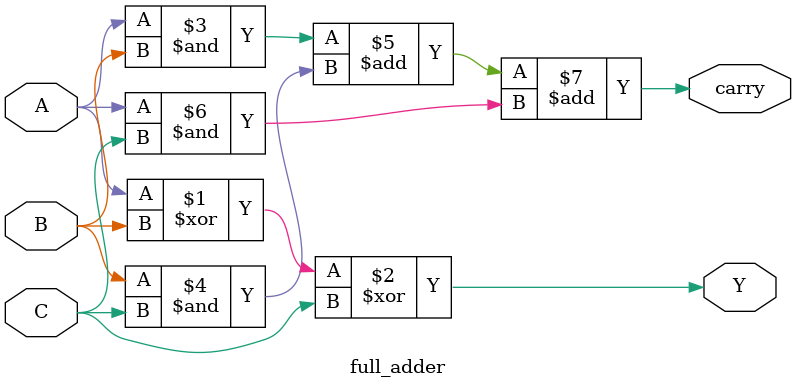
<source format=v>
module full_adder (
    input A, B, C,
    output Y, carry
);

    assign Y = A ^ B ^ C;
    assign carry = (A & B) + (B & C) + (A & C);

endmodule

</source>
